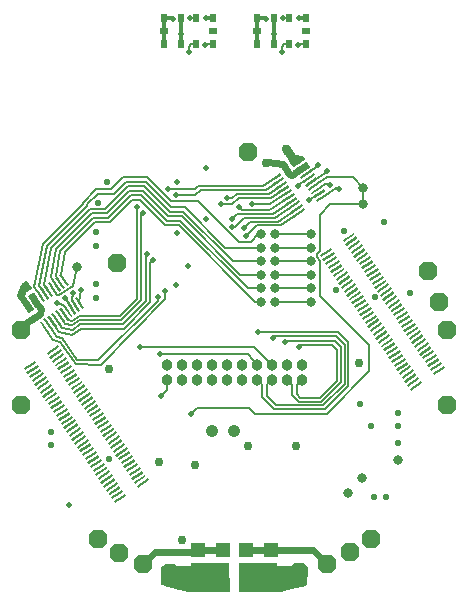
<source format=gbl>
G75*
%MOIN*%
%OFA0B0*%
%FSLAX24Y24*%
%IPPOS*%
%LPD*%
%AMOC8*
5,1,8,0,0,1.08239X$1,22.5*
%
%ADD10R,0.0079X0.0449*%
%ADD11OC8,0.0630*%
%ADD12C,0.0380*%
%ADD13R,0.1260X0.0276*%
%ADD14R,0.0453X0.0512*%
%ADD15C,0.0317*%
%ADD16R,0.0236X0.0276*%
%ADD17R,0.0276X0.0236*%
%ADD18C,0.0198*%
%ADD19C,0.0060*%
%ADD20C,0.0120*%
%ADD21C,0.0210*%
%ADD22C,0.0200*%
%ADD23C,0.0300*%
%ADD24C,0.0240*%
%ADD25C,0.0413*%
D10*
G36*
X006117Y007552D02*
X006073Y007617D01*
X006443Y007866D01*
X006487Y007801D01*
X006117Y007552D01*
G37*
G36*
X006205Y007421D02*
X006161Y007486D01*
X006531Y007735D01*
X006575Y007670D01*
X006205Y007421D01*
G37*
G36*
X006293Y007290D02*
X006249Y007355D01*
X006619Y007604D01*
X006663Y007539D01*
X006293Y007290D01*
G37*
G36*
X006382Y007160D02*
X006338Y007225D01*
X006708Y007474D01*
X006752Y007409D01*
X006382Y007160D01*
G37*
G36*
X006470Y007029D02*
X006426Y007094D01*
X006796Y007343D01*
X006840Y007278D01*
X006470Y007029D01*
G37*
G36*
X006558Y006899D02*
X006514Y006964D01*
X006884Y007213D01*
X006928Y007148D01*
X006558Y006899D01*
G37*
G36*
X006646Y006768D02*
X006602Y006833D01*
X006972Y007082D01*
X007016Y007017D01*
X006646Y006768D01*
G37*
G36*
X006734Y006638D02*
X006690Y006703D01*
X007060Y006952D01*
X007104Y006887D01*
X006734Y006638D01*
G37*
G36*
X006822Y006507D02*
X006778Y006572D01*
X007148Y006821D01*
X007192Y006756D01*
X006822Y006507D01*
G37*
G36*
X006910Y006377D02*
X006866Y006442D01*
X007236Y006691D01*
X007280Y006626D01*
X006910Y006377D01*
G37*
G36*
X008000Y007206D02*
X008044Y007141D01*
X007674Y006892D01*
X007630Y006957D01*
X008000Y007206D01*
G37*
G36*
X007912Y007336D02*
X007956Y007271D01*
X007586Y007022D01*
X007542Y007087D01*
X007912Y007336D01*
G37*
G36*
X007824Y007467D02*
X007868Y007402D01*
X007498Y007153D01*
X007454Y007218D01*
X007824Y007467D01*
G37*
G36*
X007735Y007597D02*
X007779Y007532D01*
X007409Y007283D01*
X007365Y007348D01*
X007735Y007597D01*
G37*
G36*
X007647Y007728D02*
X007691Y007663D01*
X007321Y007414D01*
X007277Y007479D01*
X007647Y007728D01*
G37*
G36*
X007559Y007858D02*
X007603Y007793D01*
X007233Y007544D01*
X007189Y007609D01*
X007559Y007858D01*
G37*
G36*
X007471Y007989D02*
X007515Y007924D01*
X007145Y007675D01*
X007101Y007740D01*
X007471Y007989D01*
G37*
G36*
X007383Y008120D02*
X007427Y008055D01*
X007057Y007806D01*
X007013Y007871D01*
X007383Y008120D01*
G37*
G36*
X007295Y008250D02*
X007339Y008185D01*
X006969Y007936D01*
X006925Y008001D01*
X007295Y008250D01*
G37*
G36*
X007207Y008381D02*
X007251Y008316D01*
X006881Y008067D01*
X006837Y008132D01*
X007207Y008381D01*
G37*
G36*
X007119Y008511D02*
X007163Y008446D01*
X006793Y008197D01*
X006749Y008262D01*
X007119Y008511D01*
G37*
G36*
X007031Y008642D02*
X007075Y008577D01*
X006705Y008328D01*
X006661Y008393D01*
X007031Y008642D01*
G37*
G36*
X006943Y008772D02*
X006987Y008707D01*
X006617Y008458D01*
X006573Y008523D01*
X006943Y008772D01*
G37*
G36*
X006855Y008903D02*
X006899Y008838D01*
X006529Y008589D01*
X006485Y008654D01*
X006855Y008903D01*
G37*
G36*
X006767Y009034D02*
X006811Y008969D01*
X006441Y008720D01*
X006397Y008785D01*
X006767Y009034D01*
G37*
G36*
X006679Y009164D02*
X006723Y009099D01*
X006353Y008850D01*
X006309Y008915D01*
X006679Y009164D01*
G37*
G36*
X006591Y009295D02*
X006635Y009230D01*
X006265Y008981D01*
X006221Y009046D01*
X006591Y009295D01*
G37*
G36*
X006503Y009425D02*
X006547Y009360D01*
X006177Y009111D01*
X006133Y009176D01*
X006503Y009425D01*
G37*
G36*
X006415Y009556D02*
X006459Y009491D01*
X006089Y009242D01*
X006045Y009307D01*
X006415Y009556D01*
G37*
G36*
X006326Y009686D02*
X006370Y009621D01*
X006000Y009372D01*
X005956Y009437D01*
X006326Y009686D01*
G37*
G36*
X006238Y009817D02*
X006282Y009752D01*
X005912Y009503D01*
X005868Y009568D01*
X006238Y009817D01*
G37*
G36*
X006150Y009947D02*
X006194Y009882D01*
X005824Y009633D01*
X005780Y009698D01*
X006150Y009947D01*
G37*
G36*
X006062Y010078D02*
X006106Y010013D01*
X005736Y009764D01*
X005692Y009829D01*
X006062Y010078D01*
G37*
G36*
X005974Y010209D02*
X006018Y010144D01*
X005648Y009895D01*
X005604Y009960D01*
X005974Y010209D01*
G37*
G36*
X005886Y010339D02*
X005930Y010274D01*
X005560Y010025D01*
X005516Y010090D01*
X005886Y010339D01*
G37*
G36*
X005798Y010470D02*
X005842Y010405D01*
X005472Y010156D01*
X005428Y010221D01*
X005798Y010470D01*
G37*
G36*
X005710Y010600D02*
X005754Y010535D01*
X005384Y010286D01*
X005340Y010351D01*
X005710Y010600D01*
G37*
G36*
X005622Y010731D02*
X005666Y010666D01*
X005296Y010417D01*
X005252Y010482D01*
X005622Y010731D01*
G37*
G36*
X005534Y010861D02*
X005578Y010796D01*
X005208Y010547D01*
X005164Y010612D01*
X005534Y010861D01*
G37*
G36*
X005446Y010992D02*
X005490Y010927D01*
X005120Y010678D01*
X005076Y010743D01*
X005446Y010992D01*
G37*
G36*
X005358Y011122D02*
X005402Y011057D01*
X005032Y010808D01*
X004988Y010873D01*
X005358Y011122D01*
G37*
G36*
X005270Y011253D02*
X005314Y011188D01*
X004944Y010939D01*
X004900Y011004D01*
X005270Y011253D01*
G37*
G36*
X005182Y011384D02*
X005226Y011319D01*
X004856Y011070D01*
X004812Y011135D01*
X005182Y011384D01*
G37*
G36*
X005094Y011514D02*
X005138Y011449D01*
X004768Y011200D01*
X004724Y011265D01*
X005094Y011514D01*
G37*
G36*
X005006Y011645D02*
X005050Y011580D01*
X004680Y011331D01*
X004636Y011396D01*
X005006Y011645D01*
G37*
G36*
X004709Y012096D02*
X004644Y012052D01*
X004395Y012422D01*
X004460Y012466D01*
X004709Y012096D01*
G37*
G36*
X004840Y012184D02*
X004775Y012140D01*
X004526Y012510D01*
X004591Y012554D01*
X004840Y012184D01*
G37*
G36*
X004970Y012272D02*
X004905Y012228D01*
X004656Y012598D01*
X004721Y012642D01*
X004970Y012272D01*
G37*
G36*
X005101Y012361D02*
X005036Y012317D01*
X004787Y012687D01*
X004852Y012731D01*
X005101Y012361D01*
G37*
G36*
X005231Y012449D02*
X005166Y012405D01*
X004917Y012775D01*
X004982Y012819D01*
X005231Y012449D01*
G37*
G36*
X005362Y012537D02*
X005297Y012493D01*
X005048Y012863D01*
X005113Y012907D01*
X005362Y012537D01*
G37*
G36*
X005492Y012625D02*
X005427Y012581D01*
X005178Y012951D01*
X005243Y012995D01*
X005492Y012625D01*
G37*
G36*
X005623Y012713D02*
X005558Y012669D01*
X005309Y013039D01*
X005374Y013083D01*
X005623Y012713D01*
G37*
G36*
X005754Y012801D02*
X005689Y012757D01*
X005440Y013127D01*
X005505Y013171D01*
X005754Y012801D01*
G37*
G36*
X005884Y012889D02*
X005819Y012845D01*
X005570Y013215D01*
X005635Y013259D01*
X005884Y012889D01*
G37*
G36*
X005055Y013979D02*
X005120Y014023D01*
X005369Y013653D01*
X005304Y013609D01*
X005055Y013979D01*
G37*
G36*
X004924Y013891D02*
X004989Y013935D01*
X005238Y013565D01*
X005173Y013521D01*
X004924Y013891D01*
G37*
G36*
X004794Y013803D02*
X004859Y013847D01*
X005108Y013477D01*
X005043Y013433D01*
X004794Y013803D01*
G37*
G36*
X004663Y013714D02*
X004728Y013758D01*
X004977Y013388D01*
X004912Y013344D01*
X004663Y013714D01*
G37*
G36*
X004533Y013626D02*
X004598Y013670D01*
X004847Y013300D01*
X004782Y013256D01*
X004533Y013626D01*
G37*
G36*
X004402Y013538D02*
X004467Y013582D01*
X004716Y013212D01*
X004651Y013168D01*
X004402Y013538D01*
G37*
G36*
X004272Y013450D02*
X004337Y013494D01*
X004586Y013124D01*
X004521Y013080D01*
X004272Y013450D01*
G37*
G36*
X004141Y013362D02*
X004206Y013406D01*
X004455Y013036D01*
X004390Y012992D01*
X004141Y013362D01*
G37*
G36*
X004010Y013274D02*
X004075Y013318D01*
X004324Y012948D01*
X004259Y012904D01*
X004010Y013274D01*
G37*
G36*
X003880Y013186D02*
X003945Y013230D01*
X004194Y012860D01*
X004129Y012816D01*
X003880Y013186D01*
G37*
G36*
X003916Y010815D02*
X003872Y010880D01*
X004242Y011129D01*
X004286Y011064D01*
X003916Y010815D01*
G37*
G36*
X004004Y010685D02*
X003960Y010750D01*
X004330Y010999D01*
X004374Y010934D01*
X004004Y010685D01*
G37*
G36*
X004092Y010554D02*
X004048Y010619D01*
X004418Y010868D01*
X004462Y010803D01*
X004092Y010554D01*
G37*
G36*
X004180Y010424D02*
X004136Y010489D01*
X004506Y010738D01*
X004550Y010673D01*
X004180Y010424D01*
G37*
G36*
X004268Y010293D02*
X004224Y010358D01*
X004594Y010607D01*
X004638Y010542D01*
X004268Y010293D01*
G37*
G36*
X004356Y010163D02*
X004312Y010228D01*
X004682Y010477D01*
X004726Y010412D01*
X004356Y010163D01*
G37*
G36*
X004444Y010032D02*
X004400Y010097D01*
X004770Y010346D01*
X004814Y010281D01*
X004444Y010032D01*
G37*
G36*
X004532Y009902D02*
X004488Y009967D01*
X004858Y010216D01*
X004902Y010151D01*
X004532Y009902D01*
G37*
G36*
X004620Y009771D02*
X004576Y009836D01*
X004946Y010085D01*
X004990Y010020D01*
X004620Y009771D01*
G37*
G36*
X004708Y009640D02*
X004664Y009705D01*
X005034Y009954D01*
X005078Y009889D01*
X004708Y009640D01*
G37*
G36*
X004796Y009510D02*
X004752Y009575D01*
X005122Y009824D01*
X005166Y009759D01*
X004796Y009510D01*
G37*
G36*
X004884Y009379D02*
X004840Y009444D01*
X005210Y009693D01*
X005254Y009628D01*
X004884Y009379D01*
G37*
G36*
X004973Y009249D02*
X004929Y009314D01*
X005299Y009563D01*
X005343Y009498D01*
X004973Y009249D01*
G37*
G36*
X005061Y009118D02*
X005017Y009183D01*
X005387Y009432D01*
X005431Y009367D01*
X005061Y009118D01*
G37*
G36*
X005149Y008988D02*
X005105Y009053D01*
X005475Y009302D01*
X005519Y009237D01*
X005149Y008988D01*
G37*
G36*
X005237Y008857D02*
X005193Y008922D01*
X005563Y009171D01*
X005607Y009106D01*
X005237Y008857D01*
G37*
G36*
X005325Y008727D02*
X005281Y008792D01*
X005651Y009041D01*
X005695Y008976D01*
X005325Y008727D01*
G37*
G36*
X005413Y008596D02*
X005369Y008661D01*
X005739Y008910D01*
X005783Y008845D01*
X005413Y008596D01*
G37*
G36*
X005501Y008465D02*
X005457Y008530D01*
X005827Y008779D01*
X005871Y008714D01*
X005501Y008465D01*
G37*
G36*
X005589Y008335D02*
X005545Y008400D01*
X005915Y008649D01*
X005959Y008584D01*
X005589Y008335D01*
G37*
G36*
X005677Y008204D02*
X005633Y008269D01*
X006003Y008518D01*
X006047Y008453D01*
X005677Y008204D01*
G37*
G36*
X005765Y008074D02*
X005721Y008139D01*
X006091Y008388D01*
X006135Y008323D01*
X005765Y008074D01*
G37*
G36*
X005853Y007943D02*
X005809Y008008D01*
X006179Y008257D01*
X006223Y008192D01*
X005853Y007943D01*
G37*
G36*
X005941Y007813D02*
X005897Y007878D01*
X006267Y008127D01*
X006311Y008062D01*
X005941Y007813D01*
G37*
G36*
X006029Y007682D02*
X005985Y007747D01*
X006355Y007996D01*
X006399Y007931D01*
X006029Y007682D01*
G37*
G36*
X012889Y015896D02*
X012845Y015961D01*
X013215Y016210D01*
X013259Y016145D01*
X012889Y015896D01*
G37*
G36*
X012801Y016026D02*
X012757Y016091D01*
X013127Y016340D01*
X013171Y016275D01*
X012801Y016026D01*
G37*
G36*
X012713Y016157D02*
X012669Y016222D01*
X013039Y016471D01*
X013083Y016406D01*
X012713Y016157D01*
G37*
G36*
X012625Y016288D02*
X012581Y016353D01*
X012951Y016602D01*
X012995Y016537D01*
X012625Y016288D01*
G37*
G36*
X012537Y016418D02*
X012493Y016483D01*
X012863Y016732D01*
X012907Y016667D01*
X012537Y016418D01*
G37*
G36*
X012449Y016549D02*
X012405Y016614D01*
X012775Y016863D01*
X012819Y016798D01*
X012449Y016549D01*
G37*
G36*
X012361Y016679D02*
X012317Y016744D01*
X012687Y016993D01*
X012731Y016928D01*
X012361Y016679D01*
G37*
G36*
X012272Y016810D02*
X012228Y016875D01*
X012598Y017124D01*
X012642Y017059D01*
X012272Y016810D01*
G37*
G36*
X012184Y016940D02*
X012140Y017005D01*
X012510Y017254D01*
X012554Y017189D01*
X012184Y016940D01*
G37*
G36*
X012096Y017071D02*
X012052Y017136D01*
X012422Y017385D01*
X012466Y017320D01*
X012096Y017071D01*
G37*
G36*
X013186Y017900D02*
X013230Y017835D01*
X012860Y017586D01*
X012816Y017651D01*
X013186Y017900D01*
G37*
G36*
X013274Y017770D02*
X013318Y017705D01*
X012948Y017456D01*
X012904Y017521D01*
X013274Y017770D01*
G37*
G36*
X013362Y017639D02*
X013406Y017574D01*
X013036Y017325D01*
X012992Y017390D01*
X013362Y017639D01*
G37*
G36*
X013450Y017508D02*
X013494Y017443D01*
X013124Y017194D01*
X013080Y017259D01*
X013450Y017508D01*
G37*
G36*
X013538Y017378D02*
X013582Y017313D01*
X013212Y017064D01*
X013168Y017129D01*
X013538Y017378D01*
G37*
G36*
X013626Y017247D02*
X013670Y017182D01*
X013300Y016933D01*
X013256Y016998D01*
X013626Y017247D01*
G37*
G36*
X013714Y017117D02*
X013758Y017052D01*
X013388Y016803D01*
X013344Y016868D01*
X013714Y017117D01*
G37*
G36*
X013803Y016986D02*
X013847Y016921D01*
X013477Y016672D01*
X013433Y016737D01*
X013803Y016986D01*
G37*
G36*
X013891Y016856D02*
X013935Y016791D01*
X013565Y016542D01*
X013521Y016607D01*
X013891Y016856D01*
G37*
G36*
X013979Y016725D02*
X014023Y016660D01*
X013653Y016411D01*
X013609Y016476D01*
X013979Y016725D01*
G37*
G36*
X014870Y015403D02*
X014914Y015338D01*
X014544Y015089D01*
X014500Y015154D01*
X014870Y015403D01*
G37*
G36*
X014958Y015273D02*
X015002Y015208D01*
X014632Y014959D01*
X014588Y015024D01*
X014958Y015273D01*
G37*
G36*
X015046Y015142D02*
X015090Y015077D01*
X014720Y014828D01*
X014676Y014893D01*
X015046Y015142D01*
G37*
G36*
X015134Y015012D02*
X015178Y014947D01*
X014808Y014698D01*
X014764Y014763D01*
X015134Y015012D01*
G37*
G36*
X015222Y014881D02*
X015266Y014816D01*
X014896Y014567D01*
X014852Y014632D01*
X015222Y014881D01*
G37*
G36*
X015310Y014751D02*
X015354Y014686D01*
X014984Y014437D01*
X014940Y014502D01*
X015310Y014751D01*
G37*
G36*
X015398Y014620D02*
X015442Y014555D01*
X015072Y014306D01*
X015028Y014371D01*
X015398Y014620D01*
G37*
G36*
X015487Y014490D02*
X015531Y014425D01*
X015161Y014176D01*
X015117Y014241D01*
X015487Y014490D01*
G37*
G36*
X015575Y014359D02*
X015619Y014294D01*
X015249Y014045D01*
X015205Y014110D01*
X015575Y014359D01*
G37*
G36*
X015663Y014228D02*
X015707Y014163D01*
X015337Y013914D01*
X015293Y013979D01*
X015663Y014228D01*
G37*
G36*
X015751Y014098D02*
X015795Y014033D01*
X015425Y013784D01*
X015381Y013849D01*
X015751Y014098D01*
G37*
G36*
X015839Y013967D02*
X015883Y013902D01*
X015513Y013653D01*
X015469Y013718D01*
X015839Y013967D01*
G37*
G36*
X015927Y013837D02*
X015971Y013772D01*
X015601Y013523D01*
X015557Y013588D01*
X015927Y013837D01*
G37*
G36*
X016015Y013706D02*
X016059Y013641D01*
X015689Y013392D01*
X015645Y013457D01*
X016015Y013706D01*
G37*
G36*
X016103Y013576D02*
X016147Y013511D01*
X015777Y013262D01*
X015733Y013327D01*
X016103Y013576D01*
G37*
G36*
X016191Y013445D02*
X016235Y013380D01*
X015865Y013131D01*
X015821Y013196D01*
X016191Y013445D01*
G37*
G36*
X016279Y013315D02*
X016323Y013250D01*
X015953Y013001D01*
X015909Y013066D01*
X016279Y013315D01*
G37*
G36*
X016367Y013184D02*
X016411Y013119D01*
X016041Y012870D01*
X015997Y012935D01*
X016367Y013184D01*
G37*
G36*
X016455Y013053D02*
X016499Y012988D01*
X016129Y012739D01*
X016085Y012804D01*
X016455Y013053D01*
G37*
G36*
X016543Y012923D02*
X016587Y012858D01*
X016217Y012609D01*
X016173Y012674D01*
X016543Y012923D01*
G37*
G36*
X016631Y012792D02*
X016675Y012727D01*
X016305Y012478D01*
X016261Y012543D01*
X016631Y012792D01*
G37*
G36*
X016719Y012662D02*
X016763Y012597D01*
X016393Y012348D01*
X016349Y012413D01*
X016719Y012662D01*
G37*
G36*
X016807Y012531D02*
X016851Y012466D01*
X016481Y012217D01*
X016437Y012282D01*
X016807Y012531D01*
G37*
G36*
X016896Y012401D02*
X016940Y012336D01*
X016570Y012087D01*
X016526Y012152D01*
X016896Y012401D01*
G37*
G36*
X016984Y012270D02*
X017028Y012205D01*
X016658Y011956D01*
X016614Y012021D01*
X016984Y012270D01*
G37*
G36*
X017072Y012140D02*
X017116Y012075D01*
X016746Y011826D01*
X016702Y011891D01*
X017072Y012140D01*
G37*
G36*
X017160Y012009D02*
X017204Y011944D01*
X016834Y011695D01*
X016790Y011760D01*
X017160Y012009D01*
G37*
G36*
X017248Y011878D02*
X017292Y011813D01*
X016922Y011564D01*
X016878Y011629D01*
X017248Y011878D01*
G37*
G36*
X017336Y011748D02*
X017380Y011683D01*
X017010Y011434D01*
X016966Y011499D01*
X017336Y011748D01*
G37*
G36*
X017424Y011617D02*
X017468Y011552D01*
X017098Y011303D01*
X017054Y011368D01*
X017424Y011617D01*
G37*
G36*
X017512Y011487D02*
X017556Y011422D01*
X017186Y011173D01*
X017142Y011238D01*
X017512Y011487D01*
G37*
G36*
X017600Y011356D02*
X017644Y011291D01*
X017274Y011042D01*
X017230Y011107D01*
X017600Y011356D01*
G37*
G36*
X017688Y011226D02*
X017732Y011161D01*
X017362Y010912D01*
X017318Y010977D01*
X017688Y011226D01*
G37*
G36*
X017776Y011095D02*
X017820Y011030D01*
X017450Y010781D01*
X017406Y010846D01*
X017776Y011095D01*
G37*
G36*
X017864Y010965D02*
X017908Y010900D01*
X017538Y010651D01*
X017494Y010716D01*
X017864Y010965D01*
G37*
G36*
X016774Y010135D02*
X016730Y010200D01*
X017100Y010449D01*
X017144Y010384D01*
X016774Y010135D01*
G37*
G36*
X016686Y010266D02*
X016642Y010331D01*
X017012Y010580D01*
X017056Y010515D01*
X016686Y010266D01*
G37*
G36*
X016598Y010396D02*
X016554Y010461D01*
X016924Y010710D01*
X016968Y010645D01*
X016598Y010396D01*
G37*
G36*
X016510Y010527D02*
X016466Y010592D01*
X016836Y010841D01*
X016880Y010776D01*
X016510Y010527D01*
G37*
G36*
X016422Y010658D02*
X016378Y010723D01*
X016748Y010972D01*
X016792Y010907D01*
X016422Y010658D01*
G37*
G36*
X016334Y010788D02*
X016290Y010853D01*
X016660Y011102D01*
X016704Y011037D01*
X016334Y010788D01*
G37*
G36*
X016246Y010919D02*
X016202Y010984D01*
X016572Y011233D01*
X016616Y011168D01*
X016246Y010919D01*
G37*
G36*
X016158Y011049D02*
X016114Y011114D01*
X016484Y011363D01*
X016528Y011298D01*
X016158Y011049D01*
G37*
G36*
X016070Y011180D02*
X016026Y011245D01*
X016396Y011494D01*
X016440Y011429D01*
X016070Y011180D01*
G37*
G36*
X015982Y011310D02*
X015938Y011375D01*
X016308Y011624D01*
X016352Y011559D01*
X015982Y011310D01*
G37*
G36*
X015894Y011441D02*
X015850Y011506D01*
X016220Y011755D01*
X016264Y011690D01*
X015894Y011441D01*
G37*
G36*
X015806Y011571D02*
X015762Y011636D01*
X016132Y011885D01*
X016176Y011820D01*
X015806Y011571D01*
G37*
G36*
X015718Y011702D02*
X015674Y011767D01*
X016044Y012016D01*
X016088Y011951D01*
X015718Y011702D01*
G37*
G36*
X015630Y011833D02*
X015586Y011898D01*
X015956Y012147D01*
X016000Y012082D01*
X015630Y011833D01*
G37*
G36*
X015542Y011963D02*
X015498Y012028D01*
X015868Y012277D01*
X015912Y012212D01*
X015542Y011963D01*
G37*
G36*
X015454Y012094D02*
X015410Y012159D01*
X015780Y012408D01*
X015824Y012343D01*
X015454Y012094D01*
G37*
G36*
X015365Y012224D02*
X015321Y012289D01*
X015691Y012538D01*
X015735Y012473D01*
X015365Y012224D01*
G37*
G36*
X015277Y012355D02*
X015233Y012420D01*
X015603Y012669D01*
X015647Y012604D01*
X015277Y012355D01*
G37*
G36*
X015189Y012485D02*
X015145Y012550D01*
X015515Y012799D01*
X015559Y012734D01*
X015189Y012485D01*
G37*
G36*
X015101Y012616D02*
X015057Y012681D01*
X015427Y012930D01*
X015471Y012865D01*
X015101Y012616D01*
G37*
G36*
X015013Y012746D02*
X014969Y012811D01*
X015339Y013060D01*
X015383Y012995D01*
X015013Y012746D01*
G37*
G36*
X014925Y012877D02*
X014881Y012942D01*
X015251Y013191D01*
X015295Y013126D01*
X014925Y012877D01*
G37*
G36*
X014837Y013008D02*
X014793Y013073D01*
X015163Y013322D01*
X015207Y013257D01*
X014837Y013008D01*
G37*
G36*
X014749Y013138D02*
X014705Y013203D01*
X015075Y013452D01*
X015119Y013387D01*
X014749Y013138D01*
G37*
G36*
X014661Y013269D02*
X014617Y013334D01*
X014987Y013583D01*
X015031Y013518D01*
X014661Y013269D01*
G37*
G36*
X014573Y013399D02*
X014529Y013464D01*
X014899Y013713D01*
X014943Y013648D01*
X014573Y013399D01*
G37*
G36*
X014485Y013530D02*
X014441Y013595D01*
X014811Y013844D01*
X014855Y013779D01*
X014485Y013530D01*
G37*
G36*
X014397Y013660D02*
X014353Y013725D01*
X014723Y013974D01*
X014767Y013909D01*
X014397Y013660D01*
G37*
G36*
X014309Y013791D02*
X014265Y013856D01*
X014635Y014105D01*
X014679Y014040D01*
X014309Y013791D01*
G37*
G36*
X014221Y013922D02*
X014177Y013987D01*
X014547Y014236D01*
X014591Y014171D01*
X014221Y013922D01*
G37*
G36*
X014133Y014052D02*
X014089Y014117D01*
X014459Y014366D01*
X014503Y014301D01*
X014133Y014052D01*
G37*
G36*
X014045Y014183D02*
X014001Y014248D01*
X014371Y014497D01*
X014415Y014432D01*
X014045Y014183D01*
G37*
G36*
X013956Y014313D02*
X013912Y014378D01*
X014282Y014627D01*
X014326Y014562D01*
X013956Y014313D01*
G37*
G36*
X013868Y014444D02*
X013824Y014509D01*
X014194Y014758D01*
X014238Y014693D01*
X013868Y014444D01*
G37*
G36*
X013780Y014574D02*
X013736Y014639D01*
X014106Y014888D01*
X014150Y014823D01*
X013780Y014574D01*
G37*
D11*
X011340Y018090D03*
X006990Y014390D03*
X003790Y012140D03*
X003790Y009640D03*
X006357Y005190D03*
X007041Y004736D03*
X007840Y004340D03*
X008740Y004040D03*
X013040Y004090D03*
X013990Y004340D03*
X014740Y004740D03*
X015440Y005190D03*
X017990Y009640D03*
X017990Y012140D03*
X017694Y013091D03*
X017340Y014132D03*
D12*
X013140Y010990D03*
X013140Y010490D03*
X012640Y010490D03*
X012640Y010990D03*
X012140Y010990D03*
X012140Y010490D03*
X011640Y010490D03*
X011640Y010990D03*
X011140Y010990D03*
X011140Y010490D03*
X010640Y010490D03*
X010640Y010990D03*
X010140Y010990D03*
X010140Y010490D03*
X009640Y010490D03*
X009640Y010990D03*
X009140Y010990D03*
X009140Y010490D03*
X008640Y010490D03*
X008640Y010990D03*
D13*
X010090Y004240D03*
X011690Y004240D03*
D14*
X012094Y003659D03*
X011286Y003659D03*
X010494Y003659D03*
X009686Y003659D03*
X009686Y004821D03*
X010494Y004821D03*
X011286Y004821D03*
X012094Y004821D03*
D15*
X014690Y006715D03*
X015140Y007215D03*
X016340Y007815D03*
X013440Y013090D03*
X013440Y013540D03*
X013440Y013990D03*
X013440Y014440D03*
X013440Y014890D03*
X013440Y015340D03*
X012240Y015340D03*
X012240Y014890D03*
X012240Y014440D03*
X012240Y013990D03*
X012240Y013540D03*
X012240Y013090D03*
X011790Y013090D03*
X011790Y013540D03*
X011790Y013990D03*
X011790Y014440D03*
X011790Y014890D03*
X011790Y015340D03*
X015190Y016340D03*
X015190Y016890D03*
X005640Y014240D03*
D16*
X008558Y021679D03*
X009115Y021679D03*
X009615Y021679D03*
X010172Y021679D03*
X010172Y022545D03*
X009615Y022545D03*
X009115Y022545D03*
X008558Y022545D03*
X011658Y022545D03*
X012215Y022545D03*
X012715Y022545D03*
X013272Y022545D03*
X013272Y021679D03*
X012715Y021679D03*
X012215Y021679D03*
X011658Y021679D03*
D17*
X011658Y022112D03*
X010172Y022112D03*
X008558Y022112D03*
X013272Y022112D03*
D18*
X013029Y022540D03*
X012496Y022545D03*
X012209Y022030D03*
X011933Y022517D03*
X012465Y021437D03*
X013015Y021657D03*
X009915Y021657D03*
X009365Y021437D03*
X009109Y022030D03*
X008833Y022517D03*
X009396Y022545D03*
X009929Y022540D03*
D19*
X010172Y022545D02*
X010172Y022540D01*
X009615Y022545D02*
X009396Y022545D01*
X009115Y022190D02*
X009109Y022030D01*
X009452Y021679D02*
X009365Y021592D01*
X009365Y021437D01*
X009452Y021679D02*
X009615Y021679D01*
X009915Y021657D02*
X009946Y021679D01*
X010172Y021679D01*
X010172Y021637D01*
X012209Y022030D02*
X012215Y022190D01*
X012496Y022545D02*
X012715Y022545D01*
X013272Y022545D02*
X013272Y022540D01*
X013272Y021679D02*
X013046Y021679D01*
X013015Y021657D01*
X012715Y021679D02*
X012552Y021679D01*
X012465Y021592D01*
X012465Y021437D01*
X012697Y018261D02*
X012705Y018259D01*
X012911Y017953D01*
X013154Y017905D01*
X013196Y017843D01*
X012864Y017620D01*
X012515Y018138D01*
X012697Y018261D01*
X012743Y018203D02*
X012611Y018203D01*
X012524Y018144D02*
X012782Y018144D01*
X012822Y018086D02*
X012550Y018086D01*
X012590Y018027D02*
X012861Y018027D01*
X012900Y017969D02*
X012629Y017969D01*
X012669Y017910D02*
X013130Y017910D01*
X013190Y017852D02*
X012708Y017852D01*
X012747Y017793D02*
X013122Y017793D01*
X013035Y017735D02*
X012787Y017735D01*
X012826Y017676D02*
X012948Y017676D01*
X013111Y017612D02*
X013119Y017598D01*
X013123Y017583D01*
X013125Y017567D01*
X013124Y017552D01*
X013119Y017536D01*
X013112Y017522D01*
X013102Y017510D01*
X013089Y017500D01*
X012866Y017349D01*
X012873Y017384D02*
X013051Y017384D01*
X013138Y017442D02*
X012869Y017442D01*
X012845Y017425D02*
X012929Y017301D01*
X013364Y017595D01*
X013280Y017719D01*
X012845Y017425D01*
X012912Y017325D02*
X012964Y017325D01*
X012956Y017501D02*
X013224Y017501D01*
X013311Y017559D02*
X013043Y017559D01*
X013130Y017618D02*
X013348Y017618D01*
X013309Y017676D02*
X013216Y017676D01*
X013287Y017351D02*
X013673Y017612D01*
X013682Y017659D01*
X013918Y017397D02*
X013986Y017443D01*
X013989Y017458D01*
X013918Y017397D02*
X013463Y017090D01*
X013551Y016960D02*
X013971Y017242D01*
X014838Y017242D01*
X015190Y016890D01*
X015190Y016340D01*
X014090Y016340D01*
X013740Y015990D01*
X013740Y014790D01*
X013640Y014690D01*
X013640Y014590D01*
X013740Y014440D01*
X013740Y013290D01*
X015390Y011640D01*
X015390Y010790D01*
X013965Y009365D01*
X011565Y009365D01*
X011365Y009565D01*
X009640Y009565D01*
X009440Y009365D01*
X008640Y010140D02*
X008640Y010490D01*
X008640Y010140D02*
X008440Y009940D01*
X008402Y011340D02*
X011340Y011340D01*
X011640Y010990D01*
X012140Y010990D02*
X011552Y011578D01*
X007727Y011578D01*
X007209Y012195D02*
X005770Y012195D01*
X005480Y011999D01*
X005051Y012083D01*
X004813Y012435D01*
X004683Y012347D02*
X004961Y011934D01*
X005149Y011898D01*
X005655Y011147D01*
X006346Y011140D01*
X008340Y013134D01*
X008340Y013246D01*
X008590Y013182D02*
X008590Y013443D01*
X008590Y013182D02*
X006437Y010994D01*
X005595Y011006D01*
X005082Y011767D01*
X004854Y011811D01*
X004552Y012259D01*
X004944Y012524D02*
X005141Y012231D01*
X005497Y012162D01*
X005758Y012338D01*
X007161Y012338D01*
X007940Y013117D01*
X007940Y014640D01*
X007990Y014690D01*
X008190Y014490D02*
X008090Y014390D01*
X008090Y013076D01*
X007209Y012195D01*
X007116Y012483D02*
X007790Y013157D01*
X007790Y015990D01*
X007840Y016040D01*
X007640Y016265D02*
X007640Y013203D01*
X007067Y012630D01*
X005736Y012630D01*
X005487Y012462D01*
X005346Y012490D01*
X005205Y012700D01*
X005205Y012690D01*
X005074Y012612D02*
X005248Y012354D01*
X005489Y012307D01*
X005750Y012483D01*
X007116Y012483D01*
X005727Y013052D02*
X005700Y013093D01*
X005788Y013478D01*
X005498Y013382D02*
X005461Y013164D01*
X005597Y012964D01*
X005466Y012876D02*
X005262Y013202D01*
X005239Y013211D01*
X005185Y012998D02*
X004993Y013041D01*
X005185Y012998D02*
X005335Y012788D01*
X005039Y013306D02*
X004978Y013318D01*
X004820Y013551D01*
X004690Y013463D02*
X004552Y013667D01*
X004790Y014890D01*
X006090Y016190D01*
X006590Y016190D01*
X007340Y016940D01*
X007890Y016940D01*
X008740Y016090D01*
X009190Y016090D01*
X010840Y014440D01*
X011790Y014440D01*
X011790Y013990D02*
X011090Y013990D01*
X009140Y015940D01*
X008690Y015940D01*
X007840Y016790D01*
X007390Y016790D01*
X006640Y016040D01*
X006140Y016040D01*
X004940Y014840D01*
X004761Y013921D01*
X004951Y013640D01*
X005081Y013728D02*
X004928Y013955D01*
X005090Y014790D01*
X006190Y015890D01*
X006690Y015890D01*
X007440Y016640D01*
X007790Y016640D01*
X008640Y015790D01*
X009090Y015790D01*
X011340Y013540D01*
X011790Y013540D01*
X012240Y013540D02*
X013440Y013540D01*
X013440Y013990D02*
X012240Y013990D01*
X012240Y014440D02*
X013440Y014440D01*
X013440Y014890D02*
X012240Y014890D01*
X012240Y015340D02*
X013440Y015340D01*
X013052Y016053D02*
X012440Y015640D01*
X011640Y015640D01*
X011290Y015290D01*
X011440Y015090D02*
X011040Y015090D01*
X009690Y016440D01*
X008790Y016440D01*
X007990Y017240D01*
X007190Y017240D01*
X006790Y016840D01*
X006290Y016840D01*
X005840Y016390D01*
X005840Y016340D01*
X004499Y015012D01*
X004223Y013593D01*
X004429Y013287D01*
X004559Y013375D02*
X004389Y013627D01*
X004649Y014962D01*
X005990Y016290D01*
X005990Y016340D01*
X006340Y016690D01*
X006890Y016690D01*
X007290Y017090D01*
X007940Y017090D01*
X008790Y016240D01*
X009240Y016240D01*
X010590Y014890D01*
X011790Y014890D01*
X011440Y015090D02*
X011690Y015340D01*
X011790Y015340D01*
X011415Y015765D02*
X012340Y015765D01*
X012961Y016184D01*
X012964Y016183D01*
X013052Y016053D02*
X013052Y016053D01*
X012876Y016314D02*
X012870Y016315D01*
X012240Y015890D01*
X011215Y015890D01*
X010915Y015590D01*
X010815Y015590D01*
X010815Y015865D02*
X010965Y016015D01*
X012165Y016015D01*
X012786Y016434D01*
X012788Y016445D01*
X012700Y016575D02*
X012699Y016575D01*
X012165Y016215D01*
X012040Y016140D01*
X011140Y016140D01*
X011040Y016240D01*
X010815Y016340D02*
X011040Y016565D01*
X012115Y016565D01*
X012519Y016837D01*
X012524Y016836D01*
X012433Y016955D02*
X012040Y016690D01*
X010965Y016690D01*
X010815Y016540D01*
X010640Y016540D01*
X010815Y016340D02*
X010440Y016340D01*
X009765Y016815D02*
X009590Y016640D01*
X008940Y016640D01*
X008940Y016640D01*
X008690Y016840D02*
X009590Y016840D01*
X009690Y016940D01*
X011828Y016940D01*
X012256Y017229D01*
X012259Y017228D01*
X012347Y017097D02*
X012346Y017089D01*
X011940Y016815D01*
X009765Y016815D01*
X009040Y015640D02*
X008590Y015640D01*
X007740Y016490D01*
X007490Y016490D01*
X006740Y015740D01*
X006240Y015740D01*
X005240Y014740D01*
X005094Y013990D01*
X005212Y013816D01*
X005522Y013632D02*
X005039Y013306D01*
X005522Y013632D02*
X005640Y014240D01*
X004185Y013364D02*
X004479Y012929D01*
X004355Y012845D01*
X004061Y013280D01*
X004185Y013364D01*
X004197Y013347D02*
X004161Y013347D01*
X004236Y013289D02*
X004074Y013289D01*
X004095Y013230D02*
X004276Y013230D01*
X004315Y013172D02*
X004134Y013172D01*
X004174Y013113D02*
X004355Y013113D01*
X004394Y013055D02*
X004213Y013055D01*
X004253Y012996D02*
X004434Y012996D01*
X004473Y012938D02*
X004292Y012938D01*
X004331Y012879D02*
X004406Y012879D01*
X004174Y012844D02*
X003923Y013217D01*
X003881Y013279D01*
X003908Y013418D01*
X004094Y013544D01*
X003955Y013751D01*
X003814Y013656D01*
X003741Y013492D01*
X003688Y013306D01*
X003687Y013299D01*
X004050Y012760D01*
X004174Y012844D01*
X004140Y012821D02*
X004009Y012821D01*
X003970Y012879D02*
X004151Y012879D01*
X004111Y012938D02*
X003930Y012938D01*
X003891Y012996D02*
X004072Y012996D01*
X004032Y013055D02*
X003851Y013055D01*
X003812Y013113D02*
X003993Y013113D01*
X003953Y013172D02*
X003772Y013172D01*
X003733Y013230D02*
X003914Y013230D01*
X003883Y013289D02*
X003693Y013289D01*
X003700Y013347D02*
X003894Y013347D01*
X003905Y013406D02*
X003716Y013406D01*
X003733Y013464D02*
X003976Y013464D01*
X004063Y013523D02*
X003755Y013523D01*
X003781Y013581D02*
X004069Y013581D01*
X004030Y013640D02*
X003807Y013640D01*
X003876Y013698D02*
X003990Y013698D01*
X004049Y012762D02*
X004053Y012762D01*
X009040Y015640D02*
X011590Y013090D01*
X011790Y013090D01*
X012240Y013090D02*
X013440Y013090D01*
X014340Y012090D02*
X014690Y011740D01*
X014690Y010290D01*
X013915Y009515D01*
X012215Y009515D01*
X011815Y009915D01*
X011815Y010340D01*
X011640Y010490D01*
X011990Y010340D02*
X011990Y009940D01*
X012290Y009640D01*
X013840Y009640D01*
X014565Y010340D01*
X014565Y011665D01*
X014290Y011940D01*
X012165Y011940D01*
X012165Y011890D01*
X012590Y011790D02*
X012590Y011740D01*
X012590Y011790D02*
X014240Y011790D01*
X014440Y011590D01*
X014440Y010415D01*
X013790Y009765D01*
X013040Y009765D01*
X012815Y009990D01*
X012815Y010315D01*
X012640Y010490D01*
X012965Y010315D02*
X013140Y010490D01*
X012965Y010315D02*
X012965Y010015D01*
X013090Y009890D01*
X013740Y009890D01*
X014315Y010465D01*
X014315Y011490D01*
X014140Y011665D01*
X013040Y011665D01*
X013040Y011590D01*
X012140Y010490D02*
X011990Y010340D01*
X011690Y012090D02*
X014340Y012090D01*
X011215Y015565D02*
X011415Y015765D01*
X011465Y016340D02*
X012065Y016340D01*
X012608Y016706D01*
X012612Y016706D01*
X012433Y016955D02*
X012435Y016967D01*
X013007Y016962D02*
X013009Y016974D01*
X013375Y017221D01*
X013640Y016829D02*
X013908Y017011D01*
X014074Y016978D01*
X014277Y016879D02*
X014374Y016861D01*
X014277Y016879D02*
X013816Y016568D01*
X013728Y016699D02*
X013698Y016704D01*
X013384Y016492D01*
X013290Y004240D02*
X011090Y004240D01*
X011090Y003440D01*
X012379Y003440D01*
X013241Y003655D01*
X013290Y003675D01*
X013290Y004240D01*
X013290Y004221D02*
X011090Y004221D01*
X011090Y004162D02*
X013290Y004162D01*
X013290Y004104D02*
X011090Y004104D01*
X011090Y004045D02*
X013290Y004045D01*
X013290Y003987D02*
X011090Y003987D01*
X011090Y003928D02*
X013290Y003928D01*
X013290Y003870D02*
X011090Y003870D01*
X011090Y003811D02*
X013290Y003811D01*
X013290Y003753D02*
X011090Y003753D01*
X011090Y003694D02*
X013290Y003694D01*
X013165Y003636D02*
X011090Y003636D01*
X011090Y003577D02*
X012931Y003577D01*
X012696Y003519D02*
X011090Y003519D01*
X011090Y003460D02*
X012461Y003460D01*
X010690Y003460D02*
X009322Y003460D01*
X009438Y003440D02*
X009050Y003508D01*
X008490Y003690D01*
X008490Y004240D01*
X010690Y004240D01*
X010690Y003440D01*
X009438Y003440D01*
X009017Y003519D02*
X010690Y003519D01*
X010690Y003577D02*
X008837Y003577D01*
X008657Y003636D02*
X010690Y003636D01*
X010690Y003694D02*
X008490Y003694D01*
X008490Y003753D02*
X010690Y003753D01*
X010690Y003811D02*
X008490Y003811D01*
X008490Y003870D02*
X010690Y003870D01*
X010690Y003928D02*
X008490Y003928D01*
X008490Y003987D02*
X010690Y003987D01*
X010690Y004045D02*
X008490Y004045D01*
X008490Y004104D02*
X010690Y004104D01*
X010690Y004162D02*
X008490Y004162D01*
X008490Y004221D02*
X010690Y004221D01*
D20*
X011658Y021679D02*
X011658Y022112D01*
X011658Y022545D01*
X011933Y022545D01*
X011933Y022517D01*
X012209Y022545D02*
X012209Y022030D01*
X012209Y021679D01*
X012215Y021679D01*
X012215Y022545D02*
X012209Y022545D01*
X013029Y022540D02*
X013272Y022540D01*
X010172Y022540D02*
X009929Y022540D01*
X009115Y022545D02*
X009109Y022545D01*
X009109Y022030D01*
X009109Y021679D01*
X009115Y021679D01*
X008558Y021679D02*
X008558Y022112D01*
X008558Y022545D01*
X008833Y022545D01*
X008833Y022517D01*
D21*
X006640Y017090D03*
X006340Y016390D03*
X006290Y015415D03*
X006290Y014965D03*
X006265Y013690D03*
X006265Y013215D03*
X004790Y008740D03*
X004790Y008315D03*
X006715Y007865D03*
X014290Y013490D03*
X015590Y013240D03*
X016740Y013390D03*
X015890Y015740D03*
X014540Y015440D03*
X015090Y009690D03*
X015440Y008940D03*
X016340Y008940D03*
X016340Y009390D03*
X016340Y008390D03*
X015940Y006590D03*
X015540Y006590D03*
D22*
X005365Y006315D03*
X008440Y009940D03*
X009440Y009365D03*
X008402Y011340D03*
X007727Y011578D03*
X008340Y013246D03*
X008590Y013443D03*
X008940Y013640D03*
X009340Y014290D03*
X008990Y015390D03*
X009940Y015840D03*
X010440Y016340D03*
X010640Y016540D03*
X011040Y016240D03*
X010815Y015865D03*
X010815Y015590D03*
X011215Y015565D03*
X011290Y015290D03*
X011465Y016340D03*
X013007Y016962D03*
X013384Y016492D03*
X014074Y016978D03*
X014374Y016861D03*
X013989Y017458D03*
X013682Y017659D03*
X009940Y017540D03*
X008990Y017090D03*
X008940Y016640D03*
X008690Y016840D03*
X007840Y016040D03*
X007640Y016265D03*
X007990Y014690D03*
X008190Y014490D03*
X005788Y013478D03*
X005498Y013382D03*
X005239Y013211D03*
X004993Y013041D03*
X011690Y012090D03*
X012165Y011890D03*
X012590Y011740D03*
X013040Y011590D03*
D23*
X015040Y011040D03*
X012940Y008290D03*
X011340Y008290D03*
X009590Y007640D03*
X008390Y007740D03*
X009140Y005140D03*
X006715Y010865D03*
X003944Y013583D03*
X011949Y017726D03*
X012612Y018173D03*
D24*
X012497Y017673D02*
X012720Y017341D01*
X012824Y017321D01*
X012866Y017349D01*
X012497Y017673D02*
X012011Y017768D01*
X011949Y017726D01*
X004431Y012866D02*
X004397Y012692D01*
X003941Y012385D01*
X003909Y012220D01*
X003790Y012140D01*
X004431Y012866D02*
X004403Y012907D01*
X009686Y004821D02*
X009606Y004740D01*
X008240Y004740D01*
X007840Y004340D01*
X009686Y004821D02*
X010494Y004821D01*
X011286Y004821D02*
X012094Y004821D01*
X013509Y004821D01*
X013990Y004340D01*
D25*
X010890Y008790D03*
X010140Y008790D03*
M02*

</source>
